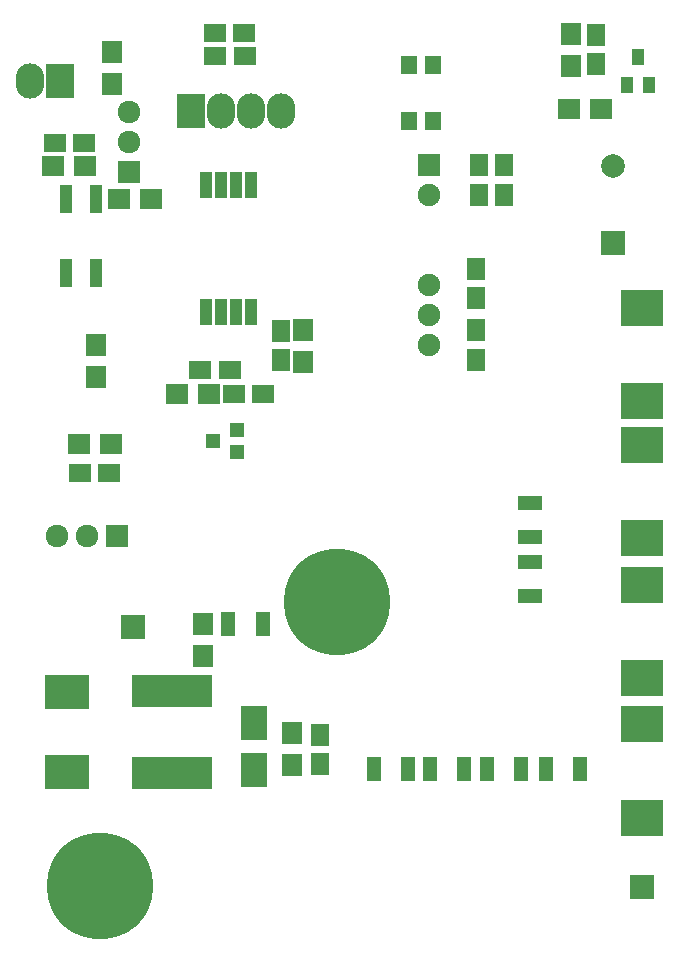
<source format=gbr>
G04 #@! TF.GenerationSoftware,KiCad,Pcbnew,no-vcs-found-c6d0075~61~ubuntu17.10.1*
G04 #@! TF.CreationDate,2018-02-01T11:14:40-05:00*
G04 #@! TF.ProjectId,VBUS-Sense,564255532D53656E73652E6B69636164,rev?*
G04 #@! TF.SameCoordinates,Original*
G04 #@! TF.FileFunction,Soldermask,Top*
G04 #@! TF.FilePolarity,Negative*
%FSLAX46Y46*%
G04 Gerber Fmt 4.6, Leading zero omitted, Abs format (unit mm)*
G04 Created by KiCad (PCBNEW no-vcs-found-c6d0075~61~ubuntu17.10.1) date Thu Feb  1 11:14:40 2018*
%MOMM*%
%LPD*%
G01*
G04 APERTURE LIST*
%ADD10R,1.700000X1.900000*%
%ADD11R,1.900000X1.650000*%
%ADD12R,1.650000X1.900000*%
%ADD13R,1.300000X1.200000*%
%ADD14O,2.400000X3.000000*%
%ADD15R,2.400000X3.000000*%
%ADD16R,1.900000X1.700000*%
%ADD17R,1.040000X2.305000*%
%ADD18R,2.100000X1.300000*%
%ADD19R,1.350000X1.650000*%
%ADD20R,3.600000X3.100000*%
%ADD21R,1.900000X1.900000*%
%ADD22O,1.900000X1.900000*%
%ADD23R,1.100000X1.400000*%
%ADD24C,9.000000*%
%ADD25C,1.300000*%
%ADD26R,2.100000X2.100000*%
%ADD27R,2.200000X2.900000*%
%ADD28R,3.700000X2.900000*%
%ADD29R,1.920000X1.920000*%
%ADD30C,1.920000*%
%ADD31R,1.040000X2.400000*%
%ADD32R,1.300000X2.100000*%
%ADD33C,2.000000*%
%ADD34R,2.000000X2.000000*%
%ADD35R,6.750000X2.800000*%
G04 APERTURE END LIST*
D10*
X49809400Y-4575800D03*
X49809400Y-1875800D03*
D11*
X20935000Y-30353000D03*
X18435000Y-30353000D03*
X21279800Y-32334200D03*
X23779800Y-32334200D03*
D12*
X25247600Y-29494800D03*
X25247600Y-26994800D03*
D11*
X22179600Y-1803400D03*
X19679600Y-1803400D03*
X19705000Y-3733800D03*
X22205000Y-3733800D03*
D13*
X19548600Y-36347400D03*
X21548600Y-35397400D03*
X21548600Y-37297400D03*
D14*
X25273000Y-8382000D03*
X22733000Y-8382000D03*
X20193000Y-8382000D03*
D15*
X17653000Y-8382000D03*
D16*
X16480800Y-32385000D03*
X19180800Y-32385000D03*
D10*
X27127200Y-26920200D03*
X27127200Y-29620200D03*
D12*
X41757600Y-21737000D03*
X41757600Y-24237000D03*
D17*
X18948400Y-14693100D03*
X20218400Y-14693100D03*
X21488400Y-14693100D03*
X22758400Y-14693100D03*
X22758400Y-25388100D03*
X21488400Y-25388100D03*
X20218400Y-25388100D03*
X18948400Y-25388100D03*
D18*
X46380400Y-49481400D03*
X46380400Y-46581400D03*
X46380400Y-41577600D03*
X46380400Y-44477600D03*
D12*
X44196000Y-12999400D03*
X44196000Y-15499400D03*
X42011600Y-15499400D03*
X42011600Y-12999400D03*
X41757600Y-26944000D03*
X41757600Y-29444000D03*
D19*
X38160200Y-9207600D03*
X36160200Y-9207600D03*
X36160200Y-4457600D03*
X38160200Y-4457600D03*
D20*
X55854600Y-68212000D03*
X55854600Y-60312000D03*
X55854600Y-48526400D03*
X55854600Y-56426400D03*
X55854600Y-44539200D03*
X55854600Y-36639200D03*
X55854600Y-25056800D03*
X55854600Y-32956800D03*
D21*
X37846000Y-12954000D03*
D22*
X37846000Y-15494000D03*
X37846000Y-23114000D03*
X37846000Y-25654000D03*
X37846000Y-28194000D03*
D12*
X28600400Y-61208600D03*
X28600400Y-63708600D03*
D14*
X4064000Y-5842000D03*
D15*
X6604000Y-5842000D03*
D16*
X52353200Y-8229600D03*
X49653200Y-8229600D03*
X8149600Y-36576000D03*
X10849600Y-36576000D03*
D10*
X26187400Y-61032400D03*
X26187400Y-63732400D03*
X18669000Y-51799500D03*
X18669000Y-54499500D03*
D23*
X55499000Y-3829200D03*
X56449000Y-6229200D03*
X54549000Y-6229200D03*
D24*
X10000000Y-74000000D03*
D25*
X13225000Y-74000000D03*
X12280419Y-76280419D03*
X10000000Y-77225000D03*
X7719581Y-76280419D03*
X6775000Y-74000000D03*
X7719581Y-71719581D03*
X10000000Y-70775000D03*
X12280419Y-71719581D03*
X32280419Y-47719581D03*
X30000000Y-46775000D03*
X27719581Y-47719581D03*
X26775000Y-50000000D03*
X27719581Y-52280419D03*
X30000000Y-53225000D03*
X32280419Y-52280419D03*
X33225000Y-50000000D03*
D24*
X30000000Y-50000000D03*
D26*
X12750800Y-52070000D03*
X55854600Y-74066400D03*
D16*
X8652500Y-13017500D03*
X5952500Y-13017500D03*
D10*
X10985500Y-3412500D03*
X10985500Y-6112500D03*
D11*
X10755000Y-39065200D03*
X8255000Y-39065200D03*
D27*
X22987000Y-64179200D03*
X22987000Y-60179200D03*
D28*
X7162800Y-64360000D03*
X7162800Y-57560000D03*
D29*
X12382500Y-13525500D03*
D30*
X12382500Y-8445500D03*
X12382500Y-10985500D03*
D31*
X9601200Y-22098400D03*
X7061200Y-22098400D03*
X7061200Y-15798400D03*
X9601200Y-15798400D03*
D32*
X42720600Y-64084200D03*
X45620600Y-64084200D03*
X47699000Y-64084200D03*
X50599000Y-64084200D03*
X40820000Y-64084200D03*
X37920000Y-64084200D03*
X36047000Y-64084200D03*
X33147000Y-64084200D03*
D12*
X51968400Y-1950400D03*
X51968400Y-4450400D03*
D33*
X53365400Y-13083400D03*
D34*
X53365400Y-19583400D03*
D35*
X16065500Y-64460000D03*
X16065500Y-57460000D03*
D11*
X6116000Y-11112500D03*
X8616000Y-11112500D03*
D29*
X11366500Y-44386500D03*
D30*
X6286500Y-44386500D03*
X8826500Y-44386500D03*
D16*
X14304000Y-15811500D03*
X11604000Y-15811500D03*
D10*
X9652000Y-28241000D03*
X9652000Y-30941000D03*
D32*
X20838500Y-51816000D03*
X23738500Y-51816000D03*
M02*

</source>
